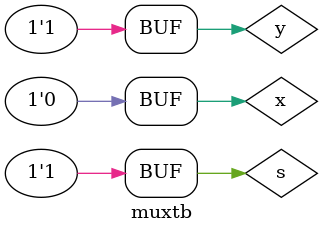
<source format=v>
`timescale 1ns / 1ps


module muxtb();
    wire Out;
    reg s;
    reg x,y;
    multiplexer2to1 uut(Out,s,x,y);
    initial
    begin
    x = 1'b0;
    y = 1'b1;
    s = 1'b0;
    #100;
    s = 1'b1;
    #100;
    end
endmodule

</source>
